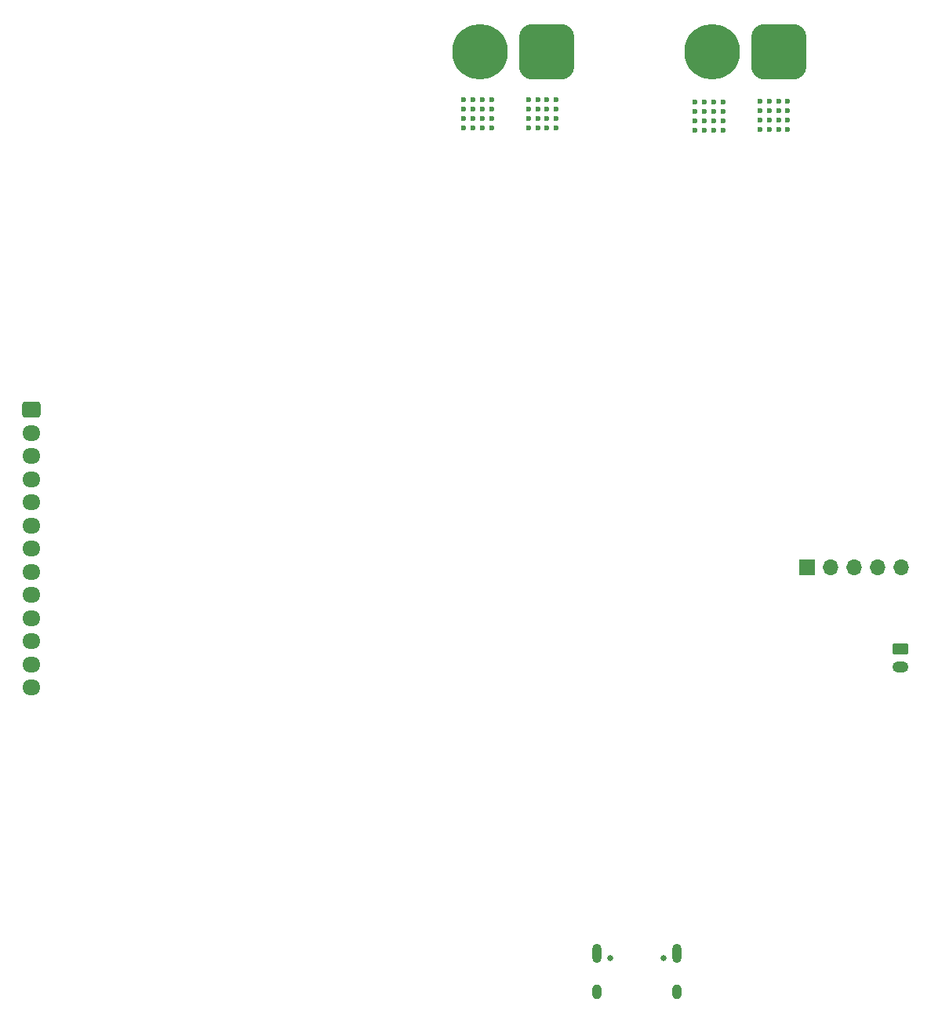
<source format=gbr>
%TF.GenerationSoftware,KiCad,Pcbnew,(6.0.7-1)-1*%
%TF.CreationDate,2022-08-24T14:53:57+02:00*%
%TF.ProjectId,Flux_BMS,466c7578-5f42-44d5-932e-6b696361645f,rev?*%
%TF.SameCoordinates,Original*%
%TF.FileFunction,Soldermask,Bot*%
%TF.FilePolarity,Negative*%
%FSLAX46Y46*%
G04 Gerber Fmt 4.6, Leading zero omitted, Abs format (unit mm)*
G04 Created by KiCad (PCBNEW (6.0.7-1)-1) date 2022-08-24 14:53:57*
%MOMM*%
%LPD*%
G01*
G04 APERTURE LIST*
G04 Aperture macros list*
%AMRoundRect*
0 Rectangle with rounded corners*
0 $1 Rounding radius*
0 $2 $3 $4 $5 $6 $7 $8 $9 X,Y pos of 4 corners*
0 Add a 4 corners polygon primitive as box body*
4,1,4,$2,$3,$4,$5,$6,$7,$8,$9,$2,$3,0*
0 Add four circle primitives for the rounded corners*
1,1,$1+$1,$2,$3*
1,1,$1+$1,$4,$5*
1,1,$1+$1,$6,$7*
1,1,$1+$1,$8,$9*
0 Add four rect primitives between the rounded corners*
20,1,$1+$1,$2,$3,$4,$5,0*
20,1,$1+$1,$4,$5,$6,$7,0*
20,1,$1+$1,$6,$7,$8,$9,0*
20,1,$1+$1,$8,$9,$2,$3,0*%
G04 Aperture macros list end*
%ADD10RoundRect,1.500000X1.500000X1.500000X-1.500000X1.500000X-1.500000X-1.500000X1.500000X-1.500000X0*%
%ADD11C,6.000000*%
%ADD12RoundRect,0.250000X-0.725000X0.600000X-0.725000X-0.600000X0.725000X-0.600000X0.725000X0.600000X0*%
%ADD13O,1.950000X1.700000*%
%ADD14C,0.600000*%
%ADD15C,0.650000*%
%ADD16O,1.000000X1.600000*%
%ADD17O,1.000000X2.100000*%
%ADD18R,1.700000X1.700000*%
%ADD19O,1.700000X1.700000*%
%ADD20RoundRect,0.250000X-0.625000X0.350000X-0.625000X-0.350000X0.625000X-0.350000X0.625000X0.350000X0*%
%ADD21O,1.750000X1.200000*%
G04 APERTURE END LIST*
D10*
%TO.C,J6*%
X159600000Y-45800000D03*
D11*
X152400000Y-45800000D03*
%TD*%
D12*
%TO.C,J1*%
X78925000Y-84400000D03*
D13*
X78925000Y-86900000D03*
X78925000Y-89400000D03*
X78925000Y-91900000D03*
X78925000Y-94400000D03*
X78925000Y-96900000D03*
X78925000Y-99400000D03*
X78925000Y-101900000D03*
X78925000Y-104400000D03*
X78925000Y-106900000D03*
X78925000Y-109400000D03*
X78925000Y-111900000D03*
X78925000Y-114400000D03*
%TD*%
D14*
%TO.C,TP7*%
X133600000Y-52960000D03*
X135600000Y-53960000D03*
X132600000Y-52960000D03*
X134600000Y-52960000D03*
X133600000Y-53960000D03*
X134600000Y-53960000D03*
X133600000Y-51960000D03*
X132600000Y-51960000D03*
X134600000Y-50960000D03*
X135600000Y-50960000D03*
X135600000Y-52960000D03*
X132600000Y-50960000D03*
X135600000Y-51960000D03*
X134600000Y-51960000D03*
X133600000Y-50960000D03*
X132600000Y-53960000D03*
%TD*%
D15*
%TO.C,J5*%
X147190000Y-143600000D03*
X141410000Y-143600000D03*
D16*
X139980000Y-147250000D03*
D17*
X148620000Y-143070000D03*
X139980000Y-143070000D03*
D16*
X148620000Y-147250000D03*
%TD*%
D14*
%TO.C,TP10*%
X160600000Y-54125000D03*
X159600000Y-53125000D03*
X157600000Y-51125000D03*
X159600000Y-51125000D03*
X158600000Y-51125000D03*
X160600000Y-51125000D03*
X157600000Y-53125000D03*
X159600000Y-52125000D03*
X159600000Y-54125000D03*
X160600000Y-53125000D03*
X158600000Y-53125000D03*
X158600000Y-54125000D03*
X158600000Y-52125000D03*
X157600000Y-52125000D03*
X157600000Y-54125000D03*
X160600000Y-52125000D03*
%TD*%
D18*
%TO.C,J4*%
X162700000Y-101400000D03*
D19*
X165240000Y-101400000D03*
X167780000Y-101400000D03*
X170320000Y-101400000D03*
X172860000Y-101400000D03*
%TD*%
D14*
%TO.C,TP9*%
X152600000Y-53225000D03*
X153600000Y-54225000D03*
X151600000Y-53225000D03*
X151600000Y-54225000D03*
X150600000Y-52225000D03*
X150600000Y-51225000D03*
X152600000Y-54225000D03*
X150600000Y-54225000D03*
X153600000Y-53225000D03*
X150600000Y-53225000D03*
X153600000Y-51225000D03*
X152600000Y-52225000D03*
X152600000Y-51225000D03*
X153600000Y-52225000D03*
X151600000Y-52225000D03*
X151600000Y-51225000D03*
%TD*%
D20*
%TO.C,J2*%
X172750000Y-110200000D03*
D21*
X172750000Y-112200000D03*
%TD*%
D10*
%TO.C,J3*%
X134600000Y-45800000D03*
D11*
X127400000Y-45800000D03*
%TD*%
D14*
%TO.C,TP6*%
X128600000Y-51975000D03*
X125600000Y-51975000D03*
X126600000Y-53975000D03*
X126600000Y-52975000D03*
X125600000Y-52975000D03*
X128600000Y-50975000D03*
X127600000Y-51975000D03*
X128600000Y-52975000D03*
X127600000Y-52975000D03*
X126600000Y-51975000D03*
X127600000Y-53975000D03*
X126600000Y-50975000D03*
X127600000Y-50975000D03*
X125600000Y-50975000D03*
X125600000Y-53975000D03*
X128600000Y-53975000D03*
%TD*%
M02*

</source>
